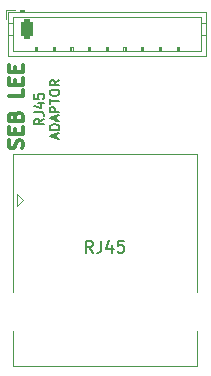
<source format=gto>
G04 #@! TF.GenerationSoftware,KiCad,Pcbnew,(6.0.4-0)*
G04 #@! TF.CreationDate,2022-09-25T17:40:02+01:00*
G04 #@! TF.ProjectId,FB4NetworkAdaptor,4642344e-6574-4776-9f72-6b4164617074,rev?*
G04 #@! TF.SameCoordinates,Original*
G04 #@! TF.FileFunction,Legend,Top*
G04 #@! TF.FilePolarity,Positive*
%FSLAX46Y46*%
G04 Gerber Fmt 4.6, Leading zero omitted, Abs format (unit mm)*
G04 Created by KiCad (PCBNEW (6.0.4-0)) date 2022-09-25 17:40:02*
%MOMM*%
%LPD*%
G01*
G04 APERTURE LIST*
G04 Aperture macros list*
%AMRoundRect*
0 Rectangle with rounded corners*
0 $1 Rounding radius*
0 $2 $3 $4 $5 $6 $7 $8 $9 X,Y pos of 4 corners*
0 Add a 4 corners polygon primitive as box body*
4,1,4,$2,$3,$4,$5,$6,$7,$8,$9,$2,$3,0*
0 Add four circle primitives for the rounded corners*
1,1,$1+$1,$2,$3*
1,1,$1+$1,$4,$5*
1,1,$1+$1,$6,$7*
1,1,$1+$1,$8,$9*
0 Add four rect primitives between the rounded corners*
20,1,$1+$1,$2,$3,$4,$5,0*
20,1,$1+$1,$4,$5,$6,$7,0*
20,1,$1+$1,$6,$7,$8,$9,0*
20,1,$1+$1,$8,$9,$2,$3,0*%
G04 Aperture macros list end*
%ADD10C,0.150000*%
%ADD11C,0.300000*%
%ADD12C,0.120000*%
%ADD13C,5.600000*%
%ADD14C,6.000000*%
%ADD15RoundRect,0.250000X-0.265000X-0.615000X0.265000X-0.615000X0.265000X0.615000X-0.265000X0.615000X0*%
%ADD16O,1.030000X1.730000*%
%ADD17C,1.400000*%
%ADD18C,3.200000*%
%ADD19O,1.300000X3.300000*%
G04 APERTURE END LIST*
D10*
X101417904Y-107619047D02*
X101036952Y-107885714D01*
X101417904Y-108076190D02*
X100617904Y-108076190D01*
X100617904Y-107771428D01*
X100656000Y-107695238D01*
X100694095Y-107657142D01*
X100770285Y-107619047D01*
X100884571Y-107619047D01*
X100960761Y-107657142D01*
X100998857Y-107695238D01*
X101036952Y-107771428D01*
X101036952Y-108076190D01*
X100617904Y-107047619D02*
X101189333Y-107047619D01*
X101303619Y-107085714D01*
X101379809Y-107161904D01*
X101417904Y-107276190D01*
X101417904Y-107352380D01*
X100884571Y-106323809D02*
X101417904Y-106323809D01*
X100579809Y-106514285D02*
X101151238Y-106704761D01*
X101151238Y-106209523D01*
X100617904Y-105523809D02*
X100617904Y-105904761D01*
X100998857Y-105942857D01*
X100960761Y-105904761D01*
X100922666Y-105828571D01*
X100922666Y-105638095D01*
X100960761Y-105561904D01*
X100998857Y-105523809D01*
X101075047Y-105485714D01*
X101265523Y-105485714D01*
X101341714Y-105523809D01*
X101379809Y-105561904D01*
X101417904Y-105638095D01*
X101417904Y-105828571D01*
X101379809Y-105904761D01*
X101341714Y-105942857D01*
X102477333Y-109257142D02*
X102477333Y-108876190D01*
X102705904Y-109333333D02*
X101905904Y-109066666D01*
X102705904Y-108800000D01*
X102705904Y-108533333D02*
X101905904Y-108533333D01*
X101905904Y-108342857D01*
X101944000Y-108228571D01*
X102020190Y-108152380D01*
X102096380Y-108114285D01*
X102248761Y-108076190D01*
X102363047Y-108076190D01*
X102515428Y-108114285D01*
X102591619Y-108152380D01*
X102667809Y-108228571D01*
X102705904Y-108342857D01*
X102705904Y-108533333D01*
X102477333Y-107771428D02*
X102477333Y-107390476D01*
X102705904Y-107847619D02*
X101905904Y-107580952D01*
X102705904Y-107314285D01*
X102705904Y-107047619D02*
X101905904Y-107047619D01*
X101905904Y-106742857D01*
X101944000Y-106666666D01*
X101982095Y-106628571D01*
X102058285Y-106590476D01*
X102172571Y-106590476D01*
X102248761Y-106628571D01*
X102286857Y-106666666D01*
X102324952Y-106742857D01*
X102324952Y-107047619D01*
X101905904Y-106361904D02*
X101905904Y-105904761D01*
X102705904Y-106133333D02*
X101905904Y-106133333D01*
X101905904Y-105485714D02*
X101905904Y-105333333D01*
X101944000Y-105257142D01*
X102020190Y-105180952D01*
X102172571Y-105142857D01*
X102439238Y-105142857D01*
X102591619Y-105180952D01*
X102667809Y-105257142D01*
X102705904Y-105333333D01*
X102705904Y-105485714D01*
X102667809Y-105561904D01*
X102591619Y-105638095D01*
X102439238Y-105676190D01*
X102172571Y-105676190D01*
X102020190Y-105638095D01*
X101944000Y-105561904D01*
X101905904Y-105485714D01*
X102705904Y-104342857D02*
X102324952Y-104609523D01*
X102705904Y-104800000D02*
X101905904Y-104800000D01*
X101905904Y-104495238D01*
X101944000Y-104419047D01*
X101982095Y-104380952D01*
X102058285Y-104342857D01*
X102172571Y-104342857D01*
X102248761Y-104380952D01*
X102286857Y-104419047D01*
X102324952Y-104495238D01*
X102324952Y-104800000D01*
D11*
X99585714Y-110114285D02*
X99642857Y-109942857D01*
X99642857Y-109657142D01*
X99585714Y-109542857D01*
X99528571Y-109485714D01*
X99414285Y-109428571D01*
X99300000Y-109428571D01*
X99185714Y-109485714D01*
X99128571Y-109542857D01*
X99071428Y-109657142D01*
X99014285Y-109885714D01*
X98957142Y-110000000D01*
X98900000Y-110057142D01*
X98785714Y-110114285D01*
X98671428Y-110114285D01*
X98557142Y-110057142D01*
X98500000Y-110000000D01*
X98442857Y-109885714D01*
X98442857Y-109600000D01*
X98500000Y-109428571D01*
X99014285Y-108914285D02*
X99014285Y-108514285D01*
X99642857Y-108342857D02*
X99642857Y-108914285D01*
X98442857Y-108914285D01*
X98442857Y-108342857D01*
X99014285Y-107428571D02*
X99071428Y-107257142D01*
X99128571Y-107200000D01*
X99242857Y-107142857D01*
X99414285Y-107142857D01*
X99528571Y-107200000D01*
X99585714Y-107257142D01*
X99642857Y-107371428D01*
X99642857Y-107828571D01*
X98442857Y-107828571D01*
X98442857Y-107428571D01*
X98500000Y-107314285D01*
X98557142Y-107257142D01*
X98671428Y-107200000D01*
X98785714Y-107200000D01*
X98900000Y-107257142D01*
X98957142Y-107314285D01*
X99014285Y-107428571D01*
X99014285Y-107828571D01*
X99642857Y-105142857D02*
X99642857Y-105714285D01*
X98442857Y-105714285D01*
X99014285Y-104742857D02*
X99014285Y-104342857D01*
X99642857Y-104171428D02*
X99642857Y-104742857D01*
X98442857Y-104742857D01*
X98442857Y-104171428D01*
X99014285Y-103657142D02*
X99014285Y-103257142D01*
X99642857Y-103085714D02*
X99642857Y-103657142D01*
X98442857Y-103657142D01*
X98442857Y-103085714D01*
D10*
X105571190Y-118952380D02*
X105237857Y-118476190D01*
X104999761Y-118952380D02*
X104999761Y-117952380D01*
X105380714Y-117952380D01*
X105475952Y-118000000D01*
X105523571Y-118047619D01*
X105571190Y-118142857D01*
X105571190Y-118285714D01*
X105523571Y-118380952D01*
X105475952Y-118428571D01*
X105380714Y-118476190D01*
X104999761Y-118476190D01*
X106285476Y-117952380D02*
X106285476Y-118666666D01*
X106237857Y-118809523D01*
X106142619Y-118904761D01*
X105999761Y-118952380D01*
X105904523Y-118952380D01*
X107190238Y-118285714D02*
X107190238Y-118952380D01*
X106952142Y-117904761D02*
X106714047Y-118619047D01*
X107333095Y-118619047D01*
X108190238Y-117952380D02*
X107714047Y-117952380D01*
X107666428Y-118428571D01*
X107714047Y-118380952D01*
X107809285Y-118333333D01*
X108047380Y-118333333D01*
X108142619Y-118380952D01*
X108190238Y-118428571D01*
X108237857Y-118523809D01*
X108237857Y-118761904D01*
X108190238Y-118857142D01*
X108142619Y-118904761D01*
X108047380Y-118952380D01*
X107809285Y-118952380D01*
X107714047Y-118904761D01*
X107666428Y-118857142D01*
D12*
X98390000Y-98590000D02*
X98390000Y-102310000D01*
X98390000Y-102310000D02*
X115110000Y-102310000D01*
X115110000Y-102310000D02*
X115110000Y-98590000D01*
X115110000Y-98590000D02*
X98390000Y-98590000D01*
X99700000Y-98590000D02*
X99700000Y-98390000D01*
X99700000Y-98390000D02*
X99400000Y-98390000D01*
X99400000Y-98390000D02*
X99400000Y-98590000D01*
X99700000Y-98490000D02*
X99400000Y-98490000D01*
X98790000Y-98990000D02*
X98790000Y-101910000D01*
X98790000Y-101910000D02*
X114710000Y-101910000D01*
X114710000Y-101910000D02*
X114710000Y-98990000D01*
X114710000Y-98990000D02*
X98790000Y-98990000D01*
X98390000Y-99500000D02*
X98790000Y-99500000D01*
X98390000Y-100500000D02*
X98790000Y-100500000D01*
X115110000Y-99500000D02*
X114710000Y-99500000D01*
X115110000Y-100500000D02*
X114710000Y-100500000D01*
X100650000Y-101910000D02*
X100650000Y-101510000D01*
X100650000Y-101510000D02*
X100850000Y-101510000D01*
X100850000Y-101510000D02*
X100850000Y-101910000D01*
X100750000Y-101910000D02*
X100750000Y-101510000D01*
X102150000Y-101910000D02*
X102150000Y-101510000D01*
X102150000Y-101510000D02*
X102350000Y-101510000D01*
X102350000Y-101510000D02*
X102350000Y-101910000D01*
X102250000Y-101910000D02*
X102250000Y-101510000D01*
X103650000Y-101910000D02*
X103650000Y-101510000D01*
X103650000Y-101510000D02*
X103850000Y-101510000D01*
X103850000Y-101510000D02*
X103850000Y-101910000D01*
X103750000Y-101910000D02*
X103750000Y-101510000D01*
X105150000Y-101910000D02*
X105150000Y-101510000D01*
X105150000Y-101510000D02*
X105350000Y-101510000D01*
X105350000Y-101510000D02*
X105350000Y-101910000D01*
X105250000Y-101910000D02*
X105250000Y-101510000D01*
X106650000Y-101910000D02*
X106650000Y-101510000D01*
X106650000Y-101510000D02*
X106850000Y-101510000D01*
X106850000Y-101510000D02*
X106850000Y-101910000D01*
X106750000Y-101910000D02*
X106750000Y-101510000D01*
X108150000Y-101910000D02*
X108150000Y-101510000D01*
X108150000Y-101510000D02*
X108350000Y-101510000D01*
X108350000Y-101510000D02*
X108350000Y-101910000D01*
X108250000Y-101910000D02*
X108250000Y-101510000D01*
X109650000Y-101910000D02*
X109650000Y-101510000D01*
X109650000Y-101510000D02*
X109850000Y-101510000D01*
X109850000Y-101510000D02*
X109850000Y-101910000D01*
X109750000Y-101910000D02*
X109750000Y-101510000D01*
X111150000Y-101910000D02*
X111150000Y-101510000D01*
X111150000Y-101510000D02*
X111350000Y-101510000D01*
X111350000Y-101510000D02*
X111350000Y-101910000D01*
X111250000Y-101910000D02*
X111250000Y-101510000D01*
X112650000Y-101910000D02*
X112650000Y-101510000D01*
X112650000Y-101510000D02*
X112850000Y-101510000D01*
X112850000Y-101510000D02*
X112850000Y-101910000D01*
X112750000Y-101910000D02*
X112750000Y-101510000D01*
X98990000Y-98390000D02*
X98190000Y-98390000D01*
X98190000Y-98390000D02*
X98190000Y-99190000D01*
X99150000Y-115000000D02*
X99650000Y-114500000D01*
X99150000Y-114000000D02*
X99150000Y-115000000D01*
X99650000Y-114500000D02*
X99150000Y-114000000D01*
X98835000Y-128580000D02*
X114355000Y-128580000D01*
X114355000Y-110620000D02*
X114355000Y-128580000D01*
X114355000Y-110620000D02*
X98835000Y-110620000D01*
X98835000Y-110620000D02*
X98835000Y-128580000D01*
%LPC*%
D13*
X112900000Y-106800000D03*
D14*
X106600000Y-106700000D03*
D15*
X100000000Y-100000000D03*
D16*
X101500000Y-100000000D03*
X103000000Y-100000000D03*
X104500000Y-100000000D03*
X106000000Y-100000000D03*
X107500000Y-100000000D03*
X109000000Y-100000000D03*
X110500000Y-100000000D03*
X112000000Y-100000000D03*
X113500000Y-100000000D03*
D17*
X111040000Y-111960000D03*
X109770000Y-114500000D03*
X108500000Y-111960000D03*
X107230000Y-114500000D03*
X105960000Y-111960000D03*
X104690000Y-114500000D03*
X103420000Y-111960000D03*
X102150000Y-114500000D03*
D18*
X100880000Y-120850000D03*
X112310000Y-120850000D03*
D19*
X98850000Y-124000000D03*
X114350000Y-124000000D03*
M02*

</source>
